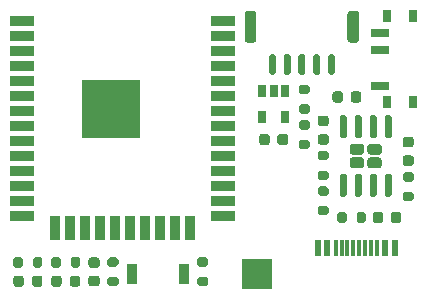
<source format=gbr>
%TF.GenerationSoftware,KiCad,Pcbnew,(5.1.8)-1*%
%TF.CreationDate,2021-10-10T15:44:20+08:00*%
%TF.ProjectId,wifiaudio,77696669-6175-4646-996f-2e6b69636164,rev?*%
%TF.SameCoordinates,Original*%
%TF.FileFunction,Paste,Top*%
%TF.FilePolarity,Positive*%
%FSLAX46Y46*%
G04 Gerber Fmt 4.6, Leading zero omitted, Abs format (unit mm)*
G04 Created by KiCad (PCBNEW (5.1.8)-1) date 2021-10-10 15:44:20*
%MOMM*%
%LPD*%
G01*
G04 APERTURE LIST*
%ADD10R,2.500000X2.500000*%
%ADD11R,0.900000X1.700000*%
%ADD12R,0.800000X1.000000*%
%ADD13R,1.500000X0.700000*%
%ADD14R,2.000000X0.900000*%
%ADD15R,0.900000X2.000000*%
%ADD16R,5.000000X5.000000*%
%ADD17R,0.650000X1.060000*%
%ADD18R,0.600000X1.450000*%
%ADD19R,0.300000X1.450000*%
G04 APERTURE END LIST*
%TO.C,R10*%
G36*
G01*
X101575000Y-104525000D02*
X101575000Y-105075000D01*
G75*
G02*
X101375000Y-105275000I-200000J0D01*
G01*
X100975000Y-105275000D01*
G75*
G02*
X100775000Y-105075000I0J200000D01*
G01*
X100775000Y-104525000D01*
G75*
G02*
X100975000Y-104325000I200000J0D01*
G01*
X101375000Y-104325000D01*
G75*
G02*
X101575000Y-104525000I0J-200000D01*
G01*
G37*
G36*
G01*
X103225000Y-104525000D02*
X103225000Y-105075000D01*
G75*
G02*
X103025000Y-105275000I-200000J0D01*
G01*
X102625000Y-105275000D01*
G75*
G02*
X102425000Y-105075000I0J200000D01*
G01*
X102425000Y-104525000D01*
G75*
G02*
X102625000Y-104325000I200000J0D01*
G01*
X103025000Y-104325000D01*
G75*
G02*
X103225000Y-104525000I0J-200000D01*
G01*
G37*
%TD*%
%TO.C,R9*%
G36*
G01*
X125675000Y-90575000D02*
X125125000Y-90575000D01*
G75*
G02*
X124925000Y-90375000I0J200000D01*
G01*
X124925000Y-89975000D01*
G75*
G02*
X125125000Y-89775000I200000J0D01*
G01*
X125675000Y-89775000D01*
G75*
G02*
X125875000Y-89975000I0J-200000D01*
G01*
X125875000Y-90375000D01*
G75*
G02*
X125675000Y-90575000I-200000J0D01*
G01*
G37*
G36*
G01*
X125675000Y-92225000D02*
X125125000Y-92225000D01*
G75*
G02*
X124925000Y-92025000I0J200000D01*
G01*
X124925000Y-91625000D01*
G75*
G02*
X125125000Y-91425000I200000J0D01*
G01*
X125675000Y-91425000D01*
G75*
G02*
X125875000Y-91625000I0J-200000D01*
G01*
X125875000Y-92025000D01*
G75*
G02*
X125675000Y-92225000I-200000J0D01*
G01*
G37*
%TD*%
%TO.C,R8*%
G36*
G01*
X125675000Y-93575000D02*
X125125000Y-93575000D01*
G75*
G02*
X124925000Y-93375000I0J200000D01*
G01*
X124925000Y-92975000D01*
G75*
G02*
X125125000Y-92775000I200000J0D01*
G01*
X125675000Y-92775000D01*
G75*
G02*
X125875000Y-92975000I0J-200000D01*
G01*
X125875000Y-93375000D01*
G75*
G02*
X125675000Y-93575000I-200000J0D01*
G01*
G37*
G36*
G01*
X125675000Y-95225000D02*
X125125000Y-95225000D01*
G75*
G02*
X124925000Y-95025000I0J200000D01*
G01*
X124925000Y-94625000D01*
G75*
G02*
X125125000Y-94425000I200000J0D01*
G01*
X125675000Y-94425000D01*
G75*
G02*
X125875000Y-94625000I0J-200000D01*
G01*
X125875000Y-95025000D01*
G75*
G02*
X125675000Y-95225000I-200000J0D01*
G01*
G37*
%TD*%
%TO.C,R7*%
G36*
G01*
X104775000Y-104525000D02*
X104775000Y-105075000D01*
G75*
G02*
X104575000Y-105275000I-200000J0D01*
G01*
X104175000Y-105275000D01*
G75*
G02*
X103975000Y-105075000I0J200000D01*
G01*
X103975000Y-104525000D01*
G75*
G02*
X104175000Y-104325000I200000J0D01*
G01*
X104575000Y-104325000D01*
G75*
G02*
X104775000Y-104525000I0J-200000D01*
G01*
G37*
G36*
G01*
X106425000Y-104525000D02*
X106425000Y-105075000D01*
G75*
G02*
X106225000Y-105275000I-200000J0D01*
G01*
X105825000Y-105275000D01*
G75*
G02*
X105625000Y-105075000I0J200000D01*
G01*
X105625000Y-104525000D01*
G75*
G02*
X105825000Y-104325000I200000J0D01*
G01*
X106225000Y-104325000D01*
G75*
G02*
X106425000Y-104525000I0J-200000D01*
G01*
G37*
%TD*%
%TO.C,R6*%
G36*
G01*
X133925000Y-98825000D02*
X134475000Y-98825000D01*
G75*
G02*
X134675000Y-99025000I0J-200000D01*
G01*
X134675000Y-99425000D01*
G75*
G02*
X134475000Y-99625000I-200000J0D01*
G01*
X133925000Y-99625000D01*
G75*
G02*
X133725000Y-99425000I0J200000D01*
G01*
X133725000Y-99025000D01*
G75*
G02*
X133925000Y-98825000I200000J0D01*
G01*
G37*
G36*
G01*
X133925000Y-97175000D02*
X134475000Y-97175000D01*
G75*
G02*
X134675000Y-97375000I0J-200000D01*
G01*
X134675000Y-97775000D01*
G75*
G02*
X134475000Y-97975000I-200000J0D01*
G01*
X133925000Y-97975000D01*
G75*
G02*
X133725000Y-97775000I0J200000D01*
G01*
X133725000Y-97375000D01*
G75*
G02*
X133925000Y-97175000I200000J0D01*
G01*
G37*
%TD*%
%TO.C,R5*%
G36*
G01*
X127275000Y-99175000D02*
X126725000Y-99175000D01*
G75*
G02*
X126525000Y-98975000I0J200000D01*
G01*
X126525000Y-98575000D01*
G75*
G02*
X126725000Y-98375000I200000J0D01*
G01*
X127275000Y-98375000D01*
G75*
G02*
X127475000Y-98575000I0J-200000D01*
G01*
X127475000Y-98975000D01*
G75*
G02*
X127275000Y-99175000I-200000J0D01*
G01*
G37*
G36*
G01*
X127275000Y-100825000D02*
X126725000Y-100825000D01*
G75*
G02*
X126525000Y-100625000I0J200000D01*
G01*
X126525000Y-100225000D01*
G75*
G02*
X126725000Y-100025000I200000J0D01*
G01*
X127275000Y-100025000D01*
G75*
G02*
X127475000Y-100225000I0J-200000D01*
G01*
X127475000Y-100625000D01*
G75*
G02*
X127275000Y-100825000I-200000J0D01*
G01*
G37*
%TD*%
%TO.C,R4*%
G36*
G01*
X126725000Y-97025000D02*
X127275000Y-97025000D01*
G75*
G02*
X127475000Y-97225000I0J-200000D01*
G01*
X127475000Y-97625000D01*
G75*
G02*
X127275000Y-97825000I-200000J0D01*
G01*
X126725000Y-97825000D01*
G75*
G02*
X126525000Y-97625000I0J200000D01*
G01*
X126525000Y-97225000D01*
G75*
G02*
X126725000Y-97025000I200000J0D01*
G01*
G37*
G36*
G01*
X126725000Y-95375000D02*
X127275000Y-95375000D01*
G75*
G02*
X127475000Y-95575000I0J-200000D01*
G01*
X127475000Y-95975000D01*
G75*
G02*
X127275000Y-96175000I-200000J0D01*
G01*
X126725000Y-96175000D01*
G75*
G02*
X126525000Y-95975000I0J200000D01*
G01*
X126525000Y-95575000D01*
G75*
G02*
X126725000Y-95375000I200000J0D01*
G01*
G37*
%TD*%
%TO.C,R3*%
G36*
G01*
X128975000Y-100725000D02*
X128975000Y-101275000D01*
G75*
G02*
X128775000Y-101475000I-200000J0D01*
G01*
X128375000Y-101475000D01*
G75*
G02*
X128175000Y-101275000I0J200000D01*
G01*
X128175000Y-100725000D01*
G75*
G02*
X128375000Y-100525000I200000J0D01*
G01*
X128775000Y-100525000D01*
G75*
G02*
X128975000Y-100725000I0J-200000D01*
G01*
G37*
G36*
G01*
X130625000Y-100725000D02*
X130625000Y-101275000D01*
G75*
G02*
X130425000Y-101475000I-200000J0D01*
G01*
X130025000Y-101475000D01*
G75*
G02*
X129825000Y-101275000I0J200000D01*
G01*
X129825000Y-100725000D01*
G75*
G02*
X130025000Y-100525000I200000J0D01*
G01*
X130425000Y-100525000D01*
G75*
G02*
X130625000Y-100725000I0J-200000D01*
G01*
G37*
%TD*%
%TO.C,R2*%
G36*
G01*
X117075000Y-105175000D02*
X116525000Y-105175000D01*
G75*
G02*
X116325000Y-104975000I0J200000D01*
G01*
X116325000Y-104575000D01*
G75*
G02*
X116525000Y-104375000I200000J0D01*
G01*
X117075000Y-104375000D01*
G75*
G02*
X117275000Y-104575000I0J-200000D01*
G01*
X117275000Y-104975000D01*
G75*
G02*
X117075000Y-105175000I-200000J0D01*
G01*
G37*
G36*
G01*
X117075000Y-106825000D02*
X116525000Y-106825000D01*
G75*
G02*
X116325000Y-106625000I0J200000D01*
G01*
X116325000Y-106225000D01*
G75*
G02*
X116525000Y-106025000I200000J0D01*
G01*
X117075000Y-106025000D01*
G75*
G02*
X117275000Y-106225000I0J-200000D01*
G01*
X117275000Y-106625000D01*
G75*
G02*
X117075000Y-106825000I-200000J0D01*
G01*
G37*
%TD*%
%TO.C,R1*%
G36*
G01*
X109475000Y-105175000D02*
X108925000Y-105175000D01*
G75*
G02*
X108725000Y-104975000I0J200000D01*
G01*
X108725000Y-104575000D01*
G75*
G02*
X108925000Y-104375000I200000J0D01*
G01*
X109475000Y-104375000D01*
G75*
G02*
X109675000Y-104575000I0J-200000D01*
G01*
X109675000Y-104975000D01*
G75*
G02*
X109475000Y-105175000I-200000J0D01*
G01*
G37*
G36*
G01*
X109475000Y-106825000D02*
X108925000Y-106825000D01*
G75*
G02*
X108725000Y-106625000I0J200000D01*
G01*
X108725000Y-106225000D01*
G75*
G02*
X108925000Y-106025000I200000J0D01*
G01*
X109475000Y-106025000D01*
G75*
G02*
X109675000Y-106225000I0J-200000D01*
G01*
X109675000Y-106625000D01*
G75*
G02*
X109475000Y-106825000I-200000J0D01*
G01*
G37*
%TD*%
%TO.C,D4*%
G36*
G01*
X102350000Y-106656250D02*
X102350000Y-106143750D01*
G75*
G02*
X102568750Y-105925000I218750J0D01*
G01*
X103006250Y-105925000D01*
G75*
G02*
X103225000Y-106143750I0J-218750D01*
G01*
X103225000Y-106656250D01*
G75*
G02*
X103006250Y-106875000I-218750J0D01*
G01*
X102568750Y-106875000D01*
G75*
G02*
X102350000Y-106656250I0J218750D01*
G01*
G37*
G36*
G01*
X100775000Y-106656250D02*
X100775000Y-106143750D01*
G75*
G02*
X100993750Y-105925000I218750J0D01*
G01*
X101431250Y-105925000D01*
G75*
G02*
X101650000Y-106143750I0J-218750D01*
G01*
X101650000Y-106656250D01*
G75*
G02*
X101431250Y-106875000I-218750J0D01*
G01*
X100993750Y-106875000D01*
G75*
G02*
X100775000Y-106656250I0J218750D01*
G01*
G37*
%TD*%
%TO.C,D3*%
G36*
G01*
X105550000Y-106656250D02*
X105550000Y-106143750D01*
G75*
G02*
X105768750Y-105925000I218750J0D01*
G01*
X106206250Y-105925000D01*
G75*
G02*
X106425000Y-106143750I0J-218750D01*
G01*
X106425000Y-106656250D01*
G75*
G02*
X106206250Y-106875000I-218750J0D01*
G01*
X105768750Y-106875000D01*
G75*
G02*
X105550000Y-106656250I0J218750D01*
G01*
G37*
G36*
G01*
X103975000Y-106656250D02*
X103975000Y-106143750D01*
G75*
G02*
X104193750Y-105925000I218750J0D01*
G01*
X104631250Y-105925000D01*
G75*
G02*
X104850000Y-106143750I0J-218750D01*
G01*
X104850000Y-106656250D01*
G75*
G02*
X104631250Y-106875000I-218750J0D01*
G01*
X104193750Y-106875000D01*
G75*
G02*
X103975000Y-106656250I0J218750D01*
G01*
G37*
%TD*%
%TO.C,D2*%
G36*
G01*
X133943750Y-95750000D02*
X134456250Y-95750000D01*
G75*
G02*
X134675000Y-95968750I0J-218750D01*
G01*
X134675000Y-96406250D01*
G75*
G02*
X134456250Y-96625000I-218750J0D01*
G01*
X133943750Y-96625000D01*
G75*
G02*
X133725000Y-96406250I0J218750D01*
G01*
X133725000Y-95968750D01*
G75*
G02*
X133943750Y-95750000I218750J0D01*
G01*
G37*
G36*
G01*
X133943750Y-94175000D02*
X134456250Y-94175000D01*
G75*
G02*
X134675000Y-94393750I0J-218750D01*
G01*
X134675000Y-94831250D01*
G75*
G02*
X134456250Y-95050000I-218750J0D01*
G01*
X133943750Y-95050000D01*
G75*
G02*
X133725000Y-94831250I0J218750D01*
G01*
X133725000Y-94393750D01*
G75*
G02*
X133943750Y-94175000I218750J0D01*
G01*
G37*
%TD*%
%TO.C,D1*%
G36*
G01*
X126743750Y-93962500D02*
X127256250Y-93962500D01*
G75*
G02*
X127475000Y-94181250I0J-218750D01*
G01*
X127475000Y-94618750D01*
G75*
G02*
X127256250Y-94837500I-218750J0D01*
G01*
X126743750Y-94837500D01*
G75*
G02*
X126525000Y-94618750I0J218750D01*
G01*
X126525000Y-94181250D01*
G75*
G02*
X126743750Y-93962500I218750J0D01*
G01*
G37*
G36*
G01*
X126743750Y-92387500D02*
X127256250Y-92387500D01*
G75*
G02*
X127475000Y-92606250I0J-218750D01*
G01*
X127475000Y-93043750D01*
G75*
G02*
X127256250Y-93262500I-218750J0D01*
G01*
X126743750Y-93262500D01*
G75*
G02*
X126525000Y-93043750I0J218750D01*
G01*
X126525000Y-92606250D01*
G75*
G02*
X126743750Y-92387500I218750J0D01*
G01*
G37*
%TD*%
%TO.C,C4*%
G36*
G01*
X122475000Y-94150000D02*
X122475000Y-94650000D01*
G75*
G02*
X122250000Y-94875000I-225000J0D01*
G01*
X121800000Y-94875000D01*
G75*
G02*
X121575000Y-94650000I0J225000D01*
G01*
X121575000Y-94150000D01*
G75*
G02*
X121800000Y-93925000I225000J0D01*
G01*
X122250000Y-93925000D01*
G75*
G02*
X122475000Y-94150000I0J-225000D01*
G01*
G37*
G36*
G01*
X124025000Y-94150000D02*
X124025000Y-94650000D01*
G75*
G02*
X123800000Y-94875000I-225000J0D01*
G01*
X123350000Y-94875000D01*
G75*
G02*
X123125000Y-94650000I0J225000D01*
G01*
X123125000Y-94150000D01*
G75*
G02*
X123350000Y-93925000I225000J0D01*
G01*
X123800000Y-93925000D01*
G75*
G02*
X124025000Y-94150000I0J-225000D01*
G01*
G37*
%TD*%
%TO.C,C3*%
G36*
G01*
X107350000Y-105925000D02*
X107850000Y-105925000D01*
G75*
G02*
X108075000Y-106150000I0J-225000D01*
G01*
X108075000Y-106600000D01*
G75*
G02*
X107850000Y-106825000I-225000J0D01*
G01*
X107350000Y-106825000D01*
G75*
G02*
X107125000Y-106600000I0J225000D01*
G01*
X107125000Y-106150000D01*
G75*
G02*
X107350000Y-105925000I225000J0D01*
G01*
G37*
G36*
G01*
X107350000Y-104375000D02*
X107850000Y-104375000D01*
G75*
G02*
X108075000Y-104600000I0J-225000D01*
G01*
X108075000Y-105050000D01*
G75*
G02*
X107850000Y-105275000I-225000J0D01*
G01*
X107350000Y-105275000D01*
G75*
G02*
X107125000Y-105050000I0J225000D01*
G01*
X107125000Y-104600000D01*
G75*
G02*
X107350000Y-104375000I225000J0D01*
G01*
G37*
%TD*%
%TO.C,C2*%
G36*
G01*
X128675000Y-90550000D02*
X128675000Y-91050000D01*
G75*
G02*
X128450000Y-91275000I-225000J0D01*
G01*
X128000000Y-91275000D01*
G75*
G02*
X127775000Y-91050000I0J225000D01*
G01*
X127775000Y-90550000D01*
G75*
G02*
X128000000Y-90325000I225000J0D01*
G01*
X128450000Y-90325000D01*
G75*
G02*
X128675000Y-90550000I0J-225000D01*
G01*
G37*
G36*
G01*
X130225000Y-90550000D02*
X130225000Y-91050000D01*
G75*
G02*
X130000000Y-91275000I-225000J0D01*
G01*
X129550000Y-91275000D01*
G75*
G02*
X129325000Y-91050000I0J225000D01*
G01*
X129325000Y-90550000D01*
G75*
G02*
X129550000Y-90325000I225000J0D01*
G01*
X130000000Y-90325000D01*
G75*
G02*
X130225000Y-90550000I0J-225000D01*
G01*
G37*
%TD*%
%TO.C,C1*%
G36*
G01*
X132725000Y-101250000D02*
X132725000Y-100750000D01*
G75*
G02*
X132950000Y-100525000I225000J0D01*
G01*
X133400000Y-100525000D01*
G75*
G02*
X133625000Y-100750000I0J-225000D01*
G01*
X133625000Y-101250000D01*
G75*
G02*
X133400000Y-101475000I-225000J0D01*
G01*
X132950000Y-101475000D01*
G75*
G02*
X132725000Y-101250000I0J225000D01*
G01*
G37*
G36*
G01*
X131175000Y-101250000D02*
X131175000Y-100750000D01*
G75*
G02*
X131400000Y-100525000I225000J0D01*
G01*
X131850000Y-100525000D01*
G75*
G02*
X132075000Y-100750000I0J-225000D01*
G01*
X132075000Y-101250000D01*
G75*
G02*
X131850000Y-101475000I-225000J0D01*
G01*
X131400000Y-101475000D01*
G75*
G02*
X131175000Y-101250000I0J225000D01*
G01*
G37*
%TD*%
D10*
%TO.C,J6*%
X121400000Y-105800000D03*
%TD*%
D11*
%TO.C,SW2*%
X110800000Y-105800000D03*
X115200000Y-105800000D03*
%TD*%
D12*
%TO.C,SW1*%
X132420000Y-91250000D03*
X132420000Y-83950000D03*
X134630000Y-83950000D03*
X134630000Y-91250000D03*
D13*
X131770000Y-85350000D03*
X131770000Y-86850000D03*
X131770000Y-89850000D03*
%TD*%
%TO.C,U2*%
G36*
G01*
X131725000Y-95690000D02*
X130975000Y-95690000D01*
G75*
G02*
X130745000Y-95460000I0J230000D01*
G01*
X130745000Y-95000000D01*
G75*
G02*
X130975000Y-94770000I230000J0D01*
G01*
X131725000Y-94770000D01*
G75*
G02*
X131955000Y-95000000I0J-230000D01*
G01*
X131955000Y-95460000D01*
G75*
G02*
X131725000Y-95690000I-230000J0D01*
G01*
G37*
G36*
G01*
X130225000Y-95690000D02*
X129475000Y-95690000D01*
G75*
G02*
X129245000Y-95460000I0J230000D01*
G01*
X129245000Y-95000000D01*
G75*
G02*
X129475000Y-94770000I230000J0D01*
G01*
X130225000Y-94770000D01*
G75*
G02*
X130455000Y-95000000I0J-230000D01*
G01*
X130455000Y-95460000D01*
G75*
G02*
X130225000Y-95690000I-230000J0D01*
G01*
G37*
G36*
G01*
X131725000Y-96830000D02*
X130975000Y-96830000D01*
G75*
G02*
X130745000Y-96600000I0J230000D01*
G01*
X130745000Y-96140000D01*
G75*
G02*
X130975000Y-95910000I230000J0D01*
G01*
X131725000Y-95910000D01*
G75*
G02*
X131955000Y-96140000I0J-230000D01*
G01*
X131955000Y-96600000D01*
G75*
G02*
X131725000Y-96830000I-230000J0D01*
G01*
G37*
G36*
G01*
X130225000Y-96830000D02*
X129475000Y-96830000D01*
G75*
G02*
X129245000Y-96600000I0J230000D01*
G01*
X129245000Y-96140000D01*
G75*
G02*
X129475000Y-95910000I230000J0D01*
G01*
X130225000Y-95910000D01*
G75*
G02*
X130455000Y-96140000I0J-230000D01*
G01*
X130455000Y-96600000D01*
G75*
G02*
X130225000Y-96830000I-230000J0D01*
G01*
G37*
G36*
G01*
X128845000Y-94300000D02*
X128545000Y-94300000D01*
G75*
G02*
X128395000Y-94150000I0J150000D01*
G01*
X128395000Y-92500000D01*
G75*
G02*
X128545000Y-92350000I150000J0D01*
G01*
X128845000Y-92350000D01*
G75*
G02*
X128995000Y-92500000I0J-150000D01*
G01*
X128995000Y-94150000D01*
G75*
G02*
X128845000Y-94300000I-150000J0D01*
G01*
G37*
G36*
G01*
X130115000Y-94300000D02*
X129815000Y-94300000D01*
G75*
G02*
X129665000Y-94150000I0J150000D01*
G01*
X129665000Y-92500000D01*
G75*
G02*
X129815000Y-92350000I150000J0D01*
G01*
X130115000Y-92350000D01*
G75*
G02*
X130265000Y-92500000I0J-150000D01*
G01*
X130265000Y-94150000D01*
G75*
G02*
X130115000Y-94300000I-150000J0D01*
G01*
G37*
G36*
G01*
X131385000Y-94300000D02*
X131085000Y-94300000D01*
G75*
G02*
X130935000Y-94150000I0J150000D01*
G01*
X130935000Y-92500000D01*
G75*
G02*
X131085000Y-92350000I150000J0D01*
G01*
X131385000Y-92350000D01*
G75*
G02*
X131535000Y-92500000I0J-150000D01*
G01*
X131535000Y-94150000D01*
G75*
G02*
X131385000Y-94300000I-150000J0D01*
G01*
G37*
G36*
G01*
X132655000Y-94300000D02*
X132355000Y-94300000D01*
G75*
G02*
X132205000Y-94150000I0J150000D01*
G01*
X132205000Y-92500000D01*
G75*
G02*
X132355000Y-92350000I150000J0D01*
G01*
X132655000Y-92350000D01*
G75*
G02*
X132805000Y-92500000I0J-150000D01*
G01*
X132805000Y-94150000D01*
G75*
G02*
X132655000Y-94300000I-150000J0D01*
G01*
G37*
G36*
G01*
X132655000Y-99250000D02*
X132355000Y-99250000D01*
G75*
G02*
X132205000Y-99100000I0J150000D01*
G01*
X132205000Y-97450000D01*
G75*
G02*
X132355000Y-97300000I150000J0D01*
G01*
X132655000Y-97300000D01*
G75*
G02*
X132805000Y-97450000I0J-150000D01*
G01*
X132805000Y-99100000D01*
G75*
G02*
X132655000Y-99250000I-150000J0D01*
G01*
G37*
G36*
G01*
X131385000Y-99250000D02*
X131085000Y-99250000D01*
G75*
G02*
X130935000Y-99100000I0J150000D01*
G01*
X130935000Y-97450000D01*
G75*
G02*
X131085000Y-97300000I150000J0D01*
G01*
X131385000Y-97300000D01*
G75*
G02*
X131535000Y-97450000I0J-150000D01*
G01*
X131535000Y-99100000D01*
G75*
G02*
X131385000Y-99250000I-150000J0D01*
G01*
G37*
G36*
G01*
X130115000Y-99250000D02*
X129815000Y-99250000D01*
G75*
G02*
X129665000Y-99100000I0J150000D01*
G01*
X129665000Y-97450000D01*
G75*
G02*
X129815000Y-97300000I150000J0D01*
G01*
X130115000Y-97300000D01*
G75*
G02*
X130265000Y-97450000I0J-150000D01*
G01*
X130265000Y-99100000D01*
G75*
G02*
X130115000Y-99250000I-150000J0D01*
G01*
G37*
G36*
G01*
X128845000Y-99250000D02*
X128545000Y-99250000D01*
G75*
G02*
X128395000Y-99100000I0J150000D01*
G01*
X128395000Y-97450000D01*
G75*
G02*
X128545000Y-97300000I150000J0D01*
G01*
X128845000Y-97300000D01*
G75*
G02*
X128995000Y-97450000I0J-150000D01*
G01*
X128995000Y-99100000D01*
G75*
G02*
X128845000Y-99250000I-150000J0D01*
G01*
G37*
%TD*%
%TO.C,J4*%
G36*
G01*
X121350000Y-83750000D02*
X121350000Y-85950000D01*
G75*
G02*
X121100000Y-86200000I-250000J0D01*
G01*
X120600000Y-86200000D01*
G75*
G02*
X120350000Y-85950000I0J250000D01*
G01*
X120350000Y-83750000D01*
G75*
G02*
X120600000Y-83500000I250000J0D01*
G01*
X121100000Y-83500000D01*
G75*
G02*
X121350000Y-83750000I0J-250000D01*
G01*
G37*
G36*
G01*
X130050000Y-83750000D02*
X130050000Y-85950000D01*
G75*
G02*
X129800000Y-86200000I-250000J0D01*
G01*
X129300000Y-86200000D01*
G75*
G02*
X129050000Y-85950000I0J250000D01*
G01*
X129050000Y-83750000D01*
G75*
G02*
X129300000Y-83500000I250000J0D01*
G01*
X129800000Y-83500000D01*
G75*
G02*
X130050000Y-83750000I0J-250000D01*
G01*
G37*
G36*
G01*
X123000000Y-87350000D02*
X123000000Y-88750000D01*
G75*
G02*
X122850000Y-88900000I-150000J0D01*
G01*
X122550000Y-88900000D01*
G75*
G02*
X122400000Y-88750000I0J150000D01*
G01*
X122400000Y-87350000D01*
G75*
G02*
X122550000Y-87200000I150000J0D01*
G01*
X122850000Y-87200000D01*
G75*
G02*
X123000000Y-87350000I0J-150000D01*
G01*
G37*
G36*
G01*
X124250000Y-87350000D02*
X124250000Y-88750000D01*
G75*
G02*
X124100000Y-88900000I-150000J0D01*
G01*
X123800000Y-88900000D01*
G75*
G02*
X123650000Y-88750000I0J150000D01*
G01*
X123650000Y-87350000D01*
G75*
G02*
X123800000Y-87200000I150000J0D01*
G01*
X124100000Y-87200000D01*
G75*
G02*
X124250000Y-87350000I0J-150000D01*
G01*
G37*
G36*
G01*
X125500000Y-87350000D02*
X125500000Y-88750000D01*
G75*
G02*
X125350000Y-88900000I-150000J0D01*
G01*
X125050000Y-88900000D01*
G75*
G02*
X124900000Y-88750000I0J150000D01*
G01*
X124900000Y-87350000D01*
G75*
G02*
X125050000Y-87200000I150000J0D01*
G01*
X125350000Y-87200000D01*
G75*
G02*
X125500000Y-87350000I0J-150000D01*
G01*
G37*
G36*
G01*
X126750000Y-87350000D02*
X126750000Y-88750000D01*
G75*
G02*
X126600000Y-88900000I-150000J0D01*
G01*
X126300000Y-88900000D01*
G75*
G02*
X126150000Y-88750000I0J150000D01*
G01*
X126150000Y-87350000D01*
G75*
G02*
X126300000Y-87200000I150000J0D01*
G01*
X126600000Y-87200000D01*
G75*
G02*
X126750000Y-87350000I0J-150000D01*
G01*
G37*
G36*
G01*
X128000000Y-87350000D02*
X128000000Y-88750000D01*
G75*
G02*
X127850000Y-88900000I-150000J0D01*
G01*
X127550000Y-88900000D01*
G75*
G02*
X127400000Y-88750000I0J150000D01*
G01*
X127400000Y-87350000D01*
G75*
G02*
X127550000Y-87200000I150000J0D01*
G01*
X127850000Y-87200000D01*
G75*
G02*
X128000000Y-87350000I0J-150000D01*
G01*
G37*
%TD*%
D14*
%TO.C,U1*%
X118500000Y-84345000D03*
X118500000Y-85615000D03*
X118500000Y-86885000D03*
X118500000Y-88155000D03*
X118500000Y-89425000D03*
X118500000Y-90695000D03*
X118500000Y-91965000D03*
X118500000Y-93235000D03*
X118500000Y-94505000D03*
X118500000Y-95775000D03*
X118500000Y-97045000D03*
X118500000Y-98315000D03*
X118500000Y-99585000D03*
X118500000Y-100855000D03*
D15*
X115715000Y-101855000D03*
X114445000Y-101855000D03*
X113175000Y-101855000D03*
X111905000Y-101855000D03*
X110635000Y-101855000D03*
X109365000Y-101855000D03*
X108095000Y-101855000D03*
X106825000Y-101855000D03*
X105555000Y-101855000D03*
X104285000Y-101855000D03*
D14*
X101500000Y-100855000D03*
X101500000Y-99585000D03*
X101500000Y-98315000D03*
X101500000Y-97045000D03*
X101500000Y-95775000D03*
X101500000Y-94505000D03*
X101500000Y-93235000D03*
X101500000Y-91965000D03*
X101500000Y-90695000D03*
X101500000Y-89425000D03*
X101500000Y-88155000D03*
X101500000Y-86885000D03*
X101500000Y-85615000D03*
X101500000Y-84345000D03*
D16*
X109000000Y-91845000D03*
%TD*%
D17*
%TO.C,U5*%
X123750000Y-92500000D03*
X121850000Y-92500000D03*
X121850000Y-90300000D03*
X122800000Y-90300000D03*
X123750000Y-90300000D03*
%TD*%
D18*
%TO.C,J1*%
X133050000Y-103555000D03*
X132250000Y-103555000D03*
X127350000Y-103555000D03*
X126550000Y-103555000D03*
X126550000Y-103555000D03*
X127350000Y-103555000D03*
X132250000Y-103555000D03*
X133050000Y-103555000D03*
D19*
X128050000Y-103555000D03*
X128550000Y-103555000D03*
X129050000Y-103555000D03*
X130050000Y-103555000D03*
X130550000Y-103555000D03*
X131050000Y-103555000D03*
X131550000Y-103555000D03*
X129550000Y-103555000D03*
%TD*%
M02*

</source>
